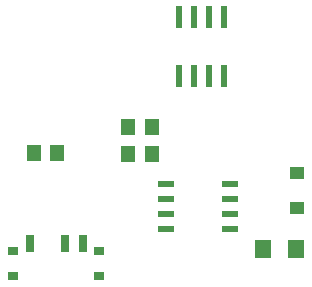
<source format=gbr>
G04 EAGLE Gerber RS-274X export*
G75*
%MOMM*%
%FSLAX34Y34*%
%LPD*%
%INSolderpaste Top*%
%IPPOS*%
%AMOC8*
5,1,8,0,0,1.08239X$1,22.5*%
G01*
%ADD10R,1.170000X1.470000*%
%ADD11R,1.423400X0.548400*%
%ADD12R,1.280000X1.080000*%
%ADD13R,1.440000X1.640000*%
%ADD14C,0.005981*%
%ADD15R,0.898400X0.698400*%
%ADD16R,0.467500X1.866900*%


D10*
X133190Y137160D03*
X113190Y137160D03*
X133190Y114300D03*
X113190Y114300D03*
X33180Y115570D03*
X53180Y115570D03*
D11*
X145600Y88900D03*
X145600Y76200D03*
X145600Y63500D03*
X145600Y50800D03*
X199840Y50800D03*
X199840Y63500D03*
X199840Y76200D03*
X199840Y88900D03*
D12*
X256540Y68820D03*
X256540Y98820D03*
D13*
X227300Y34290D03*
X255300Y34290D03*
D14*
X32532Y32428D02*
X32532Y46352D01*
X32532Y32428D02*
X26608Y32428D01*
X26608Y46352D01*
X32532Y46352D01*
X32532Y32485D02*
X26608Y32485D01*
X26608Y32542D02*
X32532Y32542D01*
X32532Y32599D02*
X26608Y32599D01*
X26608Y32656D02*
X32532Y32656D01*
X32532Y32713D02*
X26608Y32713D01*
X26608Y32770D02*
X32532Y32770D01*
X32532Y32827D02*
X26608Y32827D01*
X26608Y32884D02*
X32532Y32884D01*
X32532Y32941D02*
X26608Y32941D01*
X26608Y32998D02*
X32532Y32998D01*
X32532Y33055D02*
X26608Y33055D01*
X26608Y33112D02*
X32532Y33112D01*
X32532Y33169D02*
X26608Y33169D01*
X26608Y33226D02*
X32532Y33226D01*
X32532Y33283D02*
X26608Y33283D01*
X26608Y33340D02*
X32532Y33340D01*
X32532Y33397D02*
X26608Y33397D01*
X26608Y33454D02*
X32532Y33454D01*
X32532Y33511D02*
X26608Y33511D01*
X26608Y33568D02*
X32532Y33568D01*
X32532Y33625D02*
X26608Y33625D01*
X26608Y33682D02*
X32532Y33682D01*
X32532Y33739D02*
X26608Y33739D01*
X26608Y33796D02*
X32532Y33796D01*
X32532Y33853D02*
X26608Y33853D01*
X26608Y33910D02*
X32532Y33910D01*
X32532Y33967D02*
X26608Y33967D01*
X26608Y34024D02*
X32532Y34024D01*
X32532Y34081D02*
X26608Y34081D01*
X26608Y34138D02*
X32532Y34138D01*
X32532Y34195D02*
X26608Y34195D01*
X26608Y34252D02*
X32532Y34252D01*
X32532Y34309D02*
X26608Y34309D01*
X26608Y34366D02*
X32532Y34366D01*
X32532Y34423D02*
X26608Y34423D01*
X26608Y34480D02*
X32532Y34480D01*
X32532Y34537D02*
X26608Y34537D01*
X26608Y34594D02*
X32532Y34594D01*
X32532Y34651D02*
X26608Y34651D01*
X26608Y34708D02*
X32532Y34708D01*
X32532Y34765D02*
X26608Y34765D01*
X26608Y34822D02*
X32532Y34822D01*
X32532Y34879D02*
X26608Y34879D01*
X26608Y34936D02*
X32532Y34936D01*
X32532Y34993D02*
X26608Y34993D01*
X26608Y35050D02*
X32532Y35050D01*
X32532Y35107D02*
X26608Y35107D01*
X26608Y35164D02*
X32532Y35164D01*
X32532Y35221D02*
X26608Y35221D01*
X26608Y35278D02*
X32532Y35278D01*
X32532Y35335D02*
X26608Y35335D01*
X26608Y35392D02*
X32532Y35392D01*
X32532Y35449D02*
X26608Y35449D01*
X26608Y35506D02*
X32532Y35506D01*
X32532Y35563D02*
X26608Y35563D01*
X26608Y35620D02*
X32532Y35620D01*
X32532Y35677D02*
X26608Y35677D01*
X26608Y35734D02*
X32532Y35734D01*
X32532Y35791D02*
X26608Y35791D01*
X26608Y35848D02*
X32532Y35848D01*
X32532Y35905D02*
X26608Y35905D01*
X26608Y35962D02*
X32532Y35962D01*
X32532Y36019D02*
X26608Y36019D01*
X26608Y36076D02*
X32532Y36076D01*
X32532Y36133D02*
X26608Y36133D01*
X26608Y36190D02*
X32532Y36190D01*
X32532Y36247D02*
X26608Y36247D01*
X26608Y36304D02*
X32532Y36304D01*
X32532Y36361D02*
X26608Y36361D01*
X26608Y36418D02*
X32532Y36418D01*
X32532Y36475D02*
X26608Y36475D01*
X26608Y36532D02*
X32532Y36532D01*
X32532Y36589D02*
X26608Y36589D01*
X26608Y36646D02*
X32532Y36646D01*
X32532Y36703D02*
X26608Y36703D01*
X26608Y36760D02*
X32532Y36760D01*
X32532Y36817D02*
X26608Y36817D01*
X26608Y36874D02*
X32532Y36874D01*
X32532Y36931D02*
X26608Y36931D01*
X26608Y36988D02*
X32532Y36988D01*
X32532Y37045D02*
X26608Y37045D01*
X26608Y37102D02*
X32532Y37102D01*
X32532Y37159D02*
X26608Y37159D01*
X26608Y37216D02*
X32532Y37216D01*
X32532Y37273D02*
X26608Y37273D01*
X26608Y37330D02*
X32532Y37330D01*
X32532Y37387D02*
X26608Y37387D01*
X26608Y37444D02*
X32532Y37444D01*
X32532Y37501D02*
X26608Y37501D01*
X26608Y37558D02*
X32532Y37558D01*
X32532Y37615D02*
X26608Y37615D01*
X26608Y37672D02*
X32532Y37672D01*
X32532Y37729D02*
X26608Y37729D01*
X26608Y37786D02*
X32532Y37786D01*
X32532Y37843D02*
X26608Y37843D01*
X26608Y37900D02*
X32532Y37900D01*
X32532Y37957D02*
X26608Y37957D01*
X26608Y38014D02*
X32532Y38014D01*
X32532Y38071D02*
X26608Y38071D01*
X26608Y38128D02*
X32532Y38128D01*
X32532Y38185D02*
X26608Y38185D01*
X26608Y38242D02*
X32532Y38242D01*
X32532Y38299D02*
X26608Y38299D01*
X26608Y38356D02*
X32532Y38356D01*
X32532Y38413D02*
X26608Y38413D01*
X26608Y38470D02*
X32532Y38470D01*
X32532Y38527D02*
X26608Y38527D01*
X26608Y38584D02*
X32532Y38584D01*
X32532Y38641D02*
X26608Y38641D01*
X26608Y38698D02*
X32532Y38698D01*
X32532Y38755D02*
X26608Y38755D01*
X26608Y38812D02*
X32532Y38812D01*
X32532Y38869D02*
X26608Y38869D01*
X26608Y38926D02*
X32532Y38926D01*
X32532Y38983D02*
X26608Y38983D01*
X26608Y39040D02*
X32532Y39040D01*
X32532Y39097D02*
X26608Y39097D01*
X26608Y39154D02*
X32532Y39154D01*
X32532Y39211D02*
X26608Y39211D01*
X26608Y39268D02*
X32532Y39268D01*
X32532Y39325D02*
X26608Y39325D01*
X26608Y39382D02*
X32532Y39382D01*
X32532Y39439D02*
X26608Y39439D01*
X26608Y39496D02*
X32532Y39496D01*
X32532Y39553D02*
X26608Y39553D01*
X26608Y39610D02*
X32532Y39610D01*
X32532Y39667D02*
X26608Y39667D01*
X26608Y39724D02*
X32532Y39724D01*
X32532Y39781D02*
X26608Y39781D01*
X26608Y39838D02*
X32532Y39838D01*
X32532Y39895D02*
X26608Y39895D01*
X26608Y39952D02*
X32532Y39952D01*
X32532Y40009D02*
X26608Y40009D01*
X26608Y40066D02*
X32532Y40066D01*
X32532Y40123D02*
X26608Y40123D01*
X26608Y40180D02*
X32532Y40180D01*
X32532Y40237D02*
X26608Y40237D01*
X26608Y40294D02*
X32532Y40294D01*
X32532Y40351D02*
X26608Y40351D01*
X26608Y40408D02*
X32532Y40408D01*
X32532Y40465D02*
X26608Y40465D01*
X26608Y40522D02*
X32532Y40522D01*
X32532Y40579D02*
X26608Y40579D01*
X26608Y40636D02*
X32532Y40636D01*
X32532Y40693D02*
X26608Y40693D01*
X26608Y40750D02*
X32532Y40750D01*
X32532Y40807D02*
X26608Y40807D01*
X26608Y40864D02*
X32532Y40864D01*
X32532Y40921D02*
X26608Y40921D01*
X26608Y40978D02*
X32532Y40978D01*
X32532Y41035D02*
X26608Y41035D01*
X26608Y41092D02*
X32532Y41092D01*
X32532Y41149D02*
X26608Y41149D01*
X26608Y41206D02*
X32532Y41206D01*
X32532Y41263D02*
X26608Y41263D01*
X26608Y41320D02*
X32532Y41320D01*
X32532Y41377D02*
X26608Y41377D01*
X26608Y41434D02*
X32532Y41434D01*
X32532Y41491D02*
X26608Y41491D01*
X26608Y41548D02*
X32532Y41548D01*
X32532Y41605D02*
X26608Y41605D01*
X26608Y41662D02*
X32532Y41662D01*
X32532Y41719D02*
X26608Y41719D01*
X26608Y41776D02*
X32532Y41776D01*
X32532Y41833D02*
X26608Y41833D01*
X26608Y41890D02*
X32532Y41890D01*
X32532Y41947D02*
X26608Y41947D01*
X26608Y42004D02*
X32532Y42004D01*
X32532Y42061D02*
X26608Y42061D01*
X26608Y42118D02*
X32532Y42118D01*
X32532Y42175D02*
X26608Y42175D01*
X26608Y42232D02*
X32532Y42232D01*
X32532Y42289D02*
X26608Y42289D01*
X26608Y42346D02*
X32532Y42346D01*
X32532Y42403D02*
X26608Y42403D01*
X26608Y42460D02*
X32532Y42460D01*
X32532Y42517D02*
X26608Y42517D01*
X26608Y42574D02*
X32532Y42574D01*
X32532Y42631D02*
X26608Y42631D01*
X26608Y42688D02*
X32532Y42688D01*
X32532Y42745D02*
X26608Y42745D01*
X26608Y42802D02*
X32532Y42802D01*
X32532Y42859D02*
X26608Y42859D01*
X26608Y42916D02*
X32532Y42916D01*
X32532Y42973D02*
X26608Y42973D01*
X26608Y43030D02*
X32532Y43030D01*
X32532Y43087D02*
X26608Y43087D01*
X26608Y43144D02*
X32532Y43144D01*
X32532Y43201D02*
X26608Y43201D01*
X26608Y43258D02*
X32532Y43258D01*
X32532Y43315D02*
X26608Y43315D01*
X26608Y43372D02*
X32532Y43372D01*
X32532Y43429D02*
X26608Y43429D01*
X26608Y43486D02*
X32532Y43486D01*
X32532Y43543D02*
X26608Y43543D01*
X26608Y43600D02*
X32532Y43600D01*
X32532Y43657D02*
X26608Y43657D01*
X26608Y43714D02*
X32532Y43714D01*
X32532Y43771D02*
X26608Y43771D01*
X26608Y43828D02*
X32532Y43828D01*
X32532Y43885D02*
X26608Y43885D01*
X26608Y43942D02*
X32532Y43942D01*
X32532Y43999D02*
X26608Y43999D01*
X26608Y44056D02*
X32532Y44056D01*
X32532Y44113D02*
X26608Y44113D01*
X26608Y44170D02*
X32532Y44170D01*
X32532Y44227D02*
X26608Y44227D01*
X26608Y44284D02*
X32532Y44284D01*
X32532Y44341D02*
X26608Y44341D01*
X26608Y44398D02*
X32532Y44398D01*
X32532Y44455D02*
X26608Y44455D01*
X26608Y44512D02*
X32532Y44512D01*
X32532Y44569D02*
X26608Y44569D01*
X26608Y44626D02*
X32532Y44626D01*
X32532Y44683D02*
X26608Y44683D01*
X26608Y44740D02*
X32532Y44740D01*
X32532Y44797D02*
X26608Y44797D01*
X26608Y44854D02*
X32532Y44854D01*
X32532Y44911D02*
X26608Y44911D01*
X26608Y44968D02*
X32532Y44968D01*
X32532Y45025D02*
X26608Y45025D01*
X26608Y45082D02*
X32532Y45082D01*
X32532Y45139D02*
X26608Y45139D01*
X26608Y45196D02*
X32532Y45196D01*
X32532Y45253D02*
X26608Y45253D01*
X26608Y45310D02*
X32532Y45310D01*
X32532Y45367D02*
X26608Y45367D01*
X26608Y45424D02*
X32532Y45424D01*
X32532Y45481D02*
X26608Y45481D01*
X26608Y45538D02*
X32532Y45538D01*
X32532Y45595D02*
X26608Y45595D01*
X26608Y45652D02*
X32532Y45652D01*
X32532Y45709D02*
X26608Y45709D01*
X26608Y45766D02*
X32532Y45766D01*
X32532Y45823D02*
X26608Y45823D01*
X26608Y45880D02*
X32532Y45880D01*
X32532Y45937D02*
X26608Y45937D01*
X26608Y45994D02*
X32532Y45994D01*
X32532Y46051D02*
X26608Y46051D01*
X26608Y46108D02*
X32532Y46108D01*
X32532Y46165D02*
X26608Y46165D01*
X26608Y46222D02*
X32532Y46222D01*
X32532Y46279D02*
X26608Y46279D01*
X26608Y46336D02*
X32532Y46336D01*
X62532Y46352D02*
X62532Y32428D01*
X56608Y32428D01*
X56608Y46352D01*
X62532Y46352D01*
X62532Y32485D02*
X56608Y32485D01*
X56608Y32542D02*
X62532Y32542D01*
X62532Y32599D02*
X56608Y32599D01*
X56608Y32656D02*
X62532Y32656D01*
X62532Y32713D02*
X56608Y32713D01*
X56608Y32770D02*
X62532Y32770D01*
X62532Y32827D02*
X56608Y32827D01*
X56608Y32884D02*
X62532Y32884D01*
X62532Y32941D02*
X56608Y32941D01*
X56608Y32998D02*
X62532Y32998D01*
X62532Y33055D02*
X56608Y33055D01*
X56608Y33112D02*
X62532Y33112D01*
X62532Y33169D02*
X56608Y33169D01*
X56608Y33226D02*
X62532Y33226D01*
X62532Y33283D02*
X56608Y33283D01*
X56608Y33340D02*
X62532Y33340D01*
X62532Y33397D02*
X56608Y33397D01*
X56608Y33454D02*
X62532Y33454D01*
X62532Y33511D02*
X56608Y33511D01*
X56608Y33568D02*
X62532Y33568D01*
X62532Y33625D02*
X56608Y33625D01*
X56608Y33682D02*
X62532Y33682D01*
X62532Y33739D02*
X56608Y33739D01*
X56608Y33796D02*
X62532Y33796D01*
X62532Y33853D02*
X56608Y33853D01*
X56608Y33910D02*
X62532Y33910D01*
X62532Y33967D02*
X56608Y33967D01*
X56608Y34024D02*
X62532Y34024D01*
X62532Y34081D02*
X56608Y34081D01*
X56608Y34138D02*
X62532Y34138D01*
X62532Y34195D02*
X56608Y34195D01*
X56608Y34252D02*
X62532Y34252D01*
X62532Y34309D02*
X56608Y34309D01*
X56608Y34366D02*
X62532Y34366D01*
X62532Y34423D02*
X56608Y34423D01*
X56608Y34480D02*
X62532Y34480D01*
X62532Y34537D02*
X56608Y34537D01*
X56608Y34594D02*
X62532Y34594D01*
X62532Y34651D02*
X56608Y34651D01*
X56608Y34708D02*
X62532Y34708D01*
X62532Y34765D02*
X56608Y34765D01*
X56608Y34822D02*
X62532Y34822D01*
X62532Y34879D02*
X56608Y34879D01*
X56608Y34936D02*
X62532Y34936D01*
X62532Y34993D02*
X56608Y34993D01*
X56608Y35050D02*
X62532Y35050D01*
X62532Y35107D02*
X56608Y35107D01*
X56608Y35164D02*
X62532Y35164D01*
X62532Y35221D02*
X56608Y35221D01*
X56608Y35278D02*
X62532Y35278D01*
X62532Y35335D02*
X56608Y35335D01*
X56608Y35392D02*
X62532Y35392D01*
X62532Y35449D02*
X56608Y35449D01*
X56608Y35506D02*
X62532Y35506D01*
X62532Y35563D02*
X56608Y35563D01*
X56608Y35620D02*
X62532Y35620D01*
X62532Y35677D02*
X56608Y35677D01*
X56608Y35734D02*
X62532Y35734D01*
X62532Y35791D02*
X56608Y35791D01*
X56608Y35848D02*
X62532Y35848D01*
X62532Y35905D02*
X56608Y35905D01*
X56608Y35962D02*
X62532Y35962D01*
X62532Y36019D02*
X56608Y36019D01*
X56608Y36076D02*
X62532Y36076D01*
X62532Y36133D02*
X56608Y36133D01*
X56608Y36190D02*
X62532Y36190D01*
X62532Y36247D02*
X56608Y36247D01*
X56608Y36304D02*
X62532Y36304D01*
X62532Y36361D02*
X56608Y36361D01*
X56608Y36418D02*
X62532Y36418D01*
X62532Y36475D02*
X56608Y36475D01*
X56608Y36532D02*
X62532Y36532D01*
X62532Y36589D02*
X56608Y36589D01*
X56608Y36646D02*
X62532Y36646D01*
X62532Y36703D02*
X56608Y36703D01*
X56608Y36760D02*
X62532Y36760D01*
X62532Y36817D02*
X56608Y36817D01*
X56608Y36874D02*
X62532Y36874D01*
X62532Y36931D02*
X56608Y36931D01*
X56608Y36988D02*
X62532Y36988D01*
X62532Y37045D02*
X56608Y37045D01*
X56608Y37102D02*
X62532Y37102D01*
X62532Y37159D02*
X56608Y37159D01*
X56608Y37216D02*
X62532Y37216D01*
X62532Y37273D02*
X56608Y37273D01*
X56608Y37330D02*
X62532Y37330D01*
X62532Y37387D02*
X56608Y37387D01*
X56608Y37444D02*
X62532Y37444D01*
X62532Y37501D02*
X56608Y37501D01*
X56608Y37558D02*
X62532Y37558D01*
X62532Y37615D02*
X56608Y37615D01*
X56608Y37672D02*
X62532Y37672D01*
X62532Y37729D02*
X56608Y37729D01*
X56608Y37786D02*
X62532Y37786D01*
X62532Y37843D02*
X56608Y37843D01*
X56608Y37900D02*
X62532Y37900D01*
X62532Y37957D02*
X56608Y37957D01*
X56608Y38014D02*
X62532Y38014D01*
X62532Y38071D02*
X56608Y38071D01*
X56608Y38128D02*
X62532Y38128D01*
X62532Y38185D02*
X56608Y38185D01*
X56608Y38242D02*
X62532Y38242D01*
X62532Y38299D02*
X56608Y38299D01*
X56608Y38356D02*
X62532Y38356D01*
X62532Y38413D02*
X56608Y38413D01*
X56608Y38470D02*
X62532Y38470D01*
X62532Y38527D02*
X56608Y38527D01*
X56608Y38584D02*
X62532Y38584D01*
X62532Y38641D02*
X56608Y38641D01*
X56608Y38698D02*
X62532Y38698D01*
X62532Y38755D02*
X56608Y38755D01*
X56608Y38812D02*
X62532Y38812D01*
X62532Y38869D02*
X56608Y38869D01*
X56608Y38926D02*
X62532Y38926D01*
X62532Y38983D02*
X56608Y38983D01*
X56608Y39040D02*
X62532Y39040D01*
X62532Y39097D02*
X56608Y39097D01*
X56608Y39154D02*
X62532Y39154D01*
X62532Y39211D02*
X56608Y39211D01*
X56608Y39268D02*
X62532Y39268D01*
X62532Y39325D02*
X56608Y39325D01*
X56608Y39382D02*
X62532Y39382D01*
X62532Y39439D02*
X56608Y39439D01*
X56608Y39496D02*
X62532Y39496D01*
X62532Y39553D02*
X56608Y39553D01*
X56608Y39610D02*
X62532Y39610D01*
X62532Y39667D02*
X56608Y39667D01*
X56608Y39724D02*
X62532Y39724D01*
X62532Y39781D02*
X56608Y39781D01*
X56608Y39838D02*
X62532Y39838D01*
X62532Y39895D02*
X56608Y39895D01*
X56608Y39952D02*
X62532Y39952D01*
X62532Y40009D02*
X56608Y40009D01*
X56608Y40066D02*
X62532Y40066D01*
X62532Y40123D02*
X56608Y40123D01*
X56608Y40180D02*
X62532Y40180D01*
X62532Y40237D02*
X56608Y40237D01*
X56608Y40294D02*
X62532Y40294D01*
X62532Y40351D02*
X56608Y40351D01*
X56608Y40408D02*
X62532Y40408D01*
X62532Y40465D02*
X56608Y40465D01*
X56608Y40522D02*
X62532Y40522D01*
X62532Y40579D02*
X56608Y40579D01*
X56608Y40636D02*
X62532Y40636D01*
X62532Y40693D02*
X56608Y40693D01*
X56608Y40750D02*
X62532Y40750D01*
X62532Y40807D02*
X56608Y40807D01*
X56608Y40864D02*
X62532Y40864D01*
X62532Y40921D02*
X56608Y40921D01*
X56608Y40978D02*
X62532Y40978D01*
X62532Y41035D02*
X56608Y41035D01*
X56608Y41092D02*
X62532Y41092D01*
X62532Y41149D02*
X56608Y41149D01*
X56608Y41206D02*
X62532Y41206D01*
X62532Y41263D02*
X56608Y41263D01*
X56608Y41320D02*
X62532Y41320D01*
X62532Y41377D02*
X56608Y41377D01*
X56608Y41434D02*
X62532Y41434D01*
X62532Y41491D02*
X56608Y41491D01*
X56608Y41548D02*
X62532Y41548D01*
X62532Y41605D02*
X56608Y41605D01*
X56608Y41662D02*
X62532Y41662D01*
X62532Y41719D02*
X56608Y41719D01*
X56608Y41776D02*
X62532Y41776D01*
X62532Y41833D02*
X56608Y41833D01*
X56608Y41890D02*
X62532Y41890D01*
X62532Y41947D02*
X56608Y41947D01*
X56608Y42004D02*
X62532Y42004D01*
X62532Y42061D02*
X56608Y42061D01*
X56608Y42118D02*
X62532Y42118D01*
X62532Y42175D02*
X56608Y42175D01*
X56608Y42232D02*
X62532Y42232D01*
X62532Y42289D02*
X56608Y42289D01*
X56608Y42346D02*
X62532Y42346D01*
X62532Y42403D02*
X56608Y42403D01*
X56608Y42460D02*
X62532Y42460D01*
X62532Y42517D02*
X56608Y42517D01*
X56608Y42574D02*
X62532Y42574D01*
X62532Y42631D02*
X56608Y42631D01*
X56608Y42688D02*
X62532Y42688D01*
X62532Y42745D02*
X56608Y42745D01*
X56608Y42802D02*
X62532Y42802D01*
X62532Y42859D02*
X56608Y42859D01*
X56608Y42916D02*
X62532Y42916D01*
X62532Y42973D02*
X56608Y42973D01*
X56608Y43030D02*
X62532Y43030D01*
X62532Y43087D02*
X56608Y43087D01*
X56608Y43144D02*
X62532Y43144D01*
X62532Y43201D02*
X56608Y43201D01*
X56608Y43258D02*
X62532Y43258D01*
X62532Y43315D02*
X56608Y43315D01*
X56608Y43372D02*
X62532Y43372D01*
X62532Y43429D02*
X56608Y43429D01*
X56608Y43486D02*
X62532Y43486D01*
X62532Y43543D02*
X56608Y43543D01*
X56608Y43600D02*
X62532Y43600D01*
X62532Y43657D02*
X56608Y43657D01*
X56608Y43714D02*
X62532Y43714D01*
X62532Y43771D02*
X56608Y43771D01*
X56608Y43828D02*
X62532Y43828D01*
X62532Y43885D02*
X56608Y43885D01*
X56608Y43942D02*
X62532Y43942D01*
X62532Y43999D02*
X56608Y43999D01*
X56608Y44056D02*
X62532Y44056D01*
X62532Y44113D02*
X56608Y44113D01*
X56608Y44170D02*
X62532Y44170D01*
X62532Y44227D02*
X56608Y44227D01*
X56608Y44284D02*
X62532Y44284D01*
X62532Y44341D02*
X56608Y44341D01*
X56608Y44398D02*
X62532Y44398D01*
X62532Y44455D02*
X56608Y44455D01*
X56608Y44512D02*
X62532Y44512D01*
X62532Y44569D02*
X56608Y44569D01*
X56608Y44626D02*
X62532Y44626D01*
X62532Y44683D02*
X56608Y44683D01*
X56608Y44740D02*
X62532Y44740D01*
X62532Y44797D02*
X56608Y44797D01*
X56608Y44854D02*
X62532Y44854D01*
X62532Y44911D02*
X56608Y44911D01*
X56608Y44968D02*
X62532Y44968D01*
X62532Y45025D02*
X56608Y45025D01*
X56608Y45082D02*
X62532Y45082D01*
X62532Y45139D02*
X56608Y45139D01*
X56608Y45196D02*
X62532Y45196D01*
X62532Y45253D02*
X56608Y45253D01*
X56608Y45310D02*
X62532Y45310D01*
X62532Y45367D02*
X56608Y45367D01*
X56608Y45424D02*
X62532Y45424D01*
X62532Y45481D02*
X56608Y45481D01*
X56608Y45538D02*
X62532Y45538D01*
X62532Y45595D02*
X56608Y45595D01*
X56608Y45652D02*
X62532Y45652D01*
X62532Y45709D02*
X56608Y45709D01*
X56608Y45766D02*
X62532Y45766D01*
X62532Y45823D02*
X56608Y45823D01*
X56608Y45880D02*
X62532Y45880D01*
X62532Y45937D02*
X56608Y45937D01*
X56608Y45994D02*
X62532Y45994D01*
X62532Y46051D02*
X56608Y46051D01*
X56608Y46108D02*
X62532Y46108D01*
X62532Y46165D02*
X56608Y46165D01*
X56608Y46222D02*
X62532Y46222D01*
X62532Y46279D02*
X56608Y46279D01*
X56608Y46336D02*
X62532Y46336D01*
X77532Y46352D02*
X77532Y32428D01*
X71608Y32428D01*
X71608Y46352D01*
X77532Y46352D01*
X77532Y32485D02*
X71608Y32485D01*
X71608Y32542D02*
X77532Y32542D01*
X77532Y32599D02*
X71608Y32599D01*
X71608Y32656D02*
X77532Y32656D01*
X77532Y32713D02*
X71608Y32713D01*
X71608Y32770D02*
X77532Y32770D01*
X77532Y32827D02*
X71608Y32827D01*
X71608Y32884D02*
X77532Y32884D01*
X77532Y32941D02*
X71608Y32941D01*
X71608Y32998D02*
X77532Y32998D01*
X77532Y33055D02*
X71608Y33055D01*
X71608Y33112D02*
X77532Y33112D01*
X77532Y33169D02*
X71608Y33169D01*
X71608Y33226D02*
X77532Y33226D01*
X77532Y33283D02*
X71608Y33283D01*
X71608Y33340D02*
X77532Y33340D01*
X77532Y33397D02*
X71608Y33397D01*
X71608Y33454D02*
X77532Y33454D01*
X77532Y33511D02*
X71608Y33511D01*
X71608Y33568D02*
X77532Y33568D01*
X77532Y33625D02*
X71608Y33625D01*
X71608Y33682D02*
X77532Y33682D01*
X77532Y33739D02*
X71608Y33739D01*
X71608Y33796D02*
X77532Y33796D01*
X77532Y33853D02*
X71608Y33853D01*
X71608Y33910D02*
X77532Y33910D01*
X77532Y33967D02*
X71608Y33967D01*
X71608Y34024D02*
X77532Y34024D01*
X77532Y34081D02*
X71608Y34081D01*
X71608Y34138D02*
X77532Y34138D01*
X77532Y34195D02*
X71608Y34195D01*
X71608Y34252D02*
X77532Y34252D01*
X77532Y34309D02*
X71608Y34309D01*
X71608Y34366D02*
X77532Y34366D01*
X77532Y34423D02*
X71608Y34423D01*
X71608Y34480D02*
X77532Y34480D01*
X77532Y34537D02*
X71608Y34537D01*
X71608Y34594D02*
X77532Y34594D01*
X77532Y34651D02*
X71608Y34651D01*
X71608Y34708D02*
X77532Y34708D01*
X77532Y34765D02*
X71608Y34765D01*
X71608Y34822D02*
X77532Y34822D01*
X77532Y34879D02*
X71608Y34879D01*
X71608Y34936D02*
X77532Y34936D01*
X77532Y34993D02*
X71608Y34993D01*
X71608Y35050D02*
X77532Y35050D01*
X77532Y35107D02*
X71608Y35107D01*
X71608Y35164D02*
X77532Y35164D01*
X77532Y35221D02*
X71608Y35221D01*
X71608Y35278D02*
X77532Y35278D01*
X77532Y35335D02*
X71608Y35335D01*
X71608Y35392D02*
X77532Y35392D01*
X77532Y35449D02*
X71608Y35449D01*
X71608Y35506D02*
X77532Y35506D01*
X77532Y35563D02*
X71608Y35563D01*
X71608Y35620D02*
X77532Y35620D01*
X77532Y35677D02*
X71608Y35677D01*
X71608Y35734D02*
X77532Y35734D01*
X77532Y35791D02*
X71608Y35791D01*
X71608Y35848D02*
X77532Y35848D01*
X77532Y35905D02*
X71608Y35905D01*
X71608Y35962D02*
X77532Y35962D01*
X77532Y36019D02*
X71608Y36019D01*
X71608Y36076D02*
X77532Y36076D01*
X77532Y36133D02*
X71608Y36133D01*
X71608Y36190D02*
X77532Y36190D01*
X77532Y36247D02*
X71608Y36247D01*
X71608Y36304D02*
X77532Y36304D01*
X77532Y36361D02*
X71608Y36361D01*
X71608Y36418D02*
X77532Y36418D01*
X77532Y36475D02*
X71608Y36475D01*
X71608Y36532D02*
X77532Y36532D01*
X77532Y36589D02*
X71608Y36589D01*
X71608Y36646D02*
X77532Y36646D01*
X77532Y36703D02*
X71608Y36703D01*
X71608Y36760D02*
X77532Y36760D01*
X77532Y36817D02*
X71608Y36817D01*
X71608Y36874D02*
X77532Y36874D01*
X77532Y36931D02*
X71608Y36931D01*
X71608Y36988D02*
X77532Y36988D01*
X77532Y37045D02*
X71608Y37045D01*
X71608Y37102D02*
X77532Y37102D01*
X77532Y37159D02*
X71608Y37159D01*
X71608Y37216D02*
X77532Y37216D01*
X77532Y37273D02*
X71608Y37273D01*
X71608Y37330D02*
X77532Y37330D01*
X77532Y37387D02*
X71608Y37387D01*
X71608Y37444D02*
X77532Y37444D01*
X77532Y37501D02*
X71608Y37501D01*
X71608Y37558D02*
X77532Y37558D01*
X77532Y37615D02*
X71608Y37615D01*
X71608Y37672D02*
X77532Y37672D01*
X77532Y37729D02*
X71608Y37729D01*
X71608Y37786D02*
X77532Y37786D01*
X77532Y37843D02*
X71608Y37843D01*
X71608Y37900D02*
X77532Y37900D01*
X77532Y37957D02*
X71608Y37957D01*
X71608Y38014D02*
X77532Y38014D01*
X77532Y38071D02*
X71608Y38071D01*
X71608Y38128D02*
X77532Y38128D01*
X77532Y38185D02*
X71608Y38185D01*
X71608Y38242D02*
X77532Y38242D01*
X77532Y38299D02*
X71608Y38299D01*
X71608Y38356D02*
X77532Y38356D01*
X77532Y38413D02*
X71608Y38413D01*
X71608Y38470D02*
X77532Y38470D01*
X77532Y38527D02*
X71608Y38527D01*
X71608Y38584D02*
X77532Y38584D01*
X77532Y38641D02*
X71608Y38641D01*
X71608Y38698D02*
X77532Y38698D01*
X77532Y38755D02*
X71608Y38755D01*
X71608Y38812D02*
X77532Y38812D01*
X77532Y38869D02*
X71608Y38869D01*
X71608Y38926D02*
X77532Y38926D01*
X77532Y38983D02*
X71608Y38983D01*
X71608Y39040D02*
X77532Y39040D01*
X77532Y39097D02*
X71608Y39097D01*
X71608Y39154D02*
X77532Y39154D01*
X77532Y39211D02*
X71608Y39211D01*
X71608Y39268D02*
X77532Y39268D01*
X77532Y39325D02*
X71608Y39325D01*
X71608Y39382D02*
X77532Y39382D01*
X77532Y39439D02*
X71608Y39439D01*
X71608Y39496D02*
X77532Y39496D01*
X77532Y39553D02*
X71608Y39553D01*
X71608Y39610D02*
X77532Y39610D01*
X77532Y39667D02*
X71608Y39667D01*
X71608Y39724D02*
X77532Y39724D01*
X77532Y39781D02*
X71608Y39781D01*
X71608Y39838D02*
X77532Y39838D01*
X77532Y39895D02*
X71608Y39895D01*
X71608Y39952D02*
X77532Y39952D01*
X77532Y40009D02*
X71608Y40009D01*
X71608Y40066D02*
X77532Y40066D01*
X77532Y40123D02*
X71608Y40123D01*
X71608Y40180D02*
X77532Y40180D01*
X77532Y40237D02*
X71608Y40237D01*
X71608Y40294D02*
X77532Y40294D01*
X77532Y40351D02*
X71608Y40351D01*
X71608Y40408D02*
X77532Y40408D01*
X77532Y40465D02*
X71608Y40465D01*
X71608Y40522D02*
X77532Y40522D01*
X77532Y40579D02*
X71608Y40579D01*
X71608Y40636D02*
X77532Y40636D01*
X77532Y40693D02*
X71608Y40693D01*
X71608Y40750D02*
X77532Y40750D01*
X77532Y40807D02*
X71608Y40807D01*
X71608Y40864D02*
X77532Y40864D01*
X77532Y40921D02*
X71608Y40921D01*
X71608Y40978D02*
X77532Y40978D01*
X77532Y41035D02*
X71608Y41035D01*
X71608Y41092D02*
X77532Y41092D01*
X77532Y41149D02*
X71608Y41149D01*
X71608Y41206D02*
X77532Y41206D01*
X77532Y41263D02*
X71608Y41263D01*
X71608Y41320D02*
X77532Y41320D01*
X77532Y41377D02*
X71608Y41377D01*
X71608Y41434D02*
X77532Y41434D01*
X77532Y41491D02*
X71608Y41491D01*
X71608Y41548D02*
X77532Y41548D01*
X77532Y41605D02*
X71608Y41605D01*
X71608Y41662D02*
X77532Y41662D01*
X77532Y41719D02*
X71608Y41719D01*
X71608Y41776D02*
X77532Y41776D01*
X77532Y41833D02*
X71608Y41833D01*
X71608Y41890D02*
X77532Y41890D01*
X77532Y41947D02*
X71608Y41947D01*
X71608Y42004D02*
X77532Y42004D01*
X77532Y42061D02*
X71608Y42061D01*
X71608Y42118D02*
X77532Y42118D01*
X77532Y42175D02*
X71608Y42175D01*
X71608Y42232D02*
X77532Y42232D01*
X77532Y42289D02*
X71608Y42289D01*
X71608Y42346D02*
X77532Y42346D01*
X77532Y42403D02*
X71608Y42403D01*
X71608Y42460D02*
X77532Y42460D01*
X77532Y42517D02*
X71608Y42517D01*
X71608Y42574D02*
X77532Y42574D01*
X77532Y42631D02*
X71608Y42631D01*
X71608Y42688D02*
X77532Y42688D01*
X77532Y42745D02*
X71608Y42745D01*
X71608Y42802D02*
X77532Y42802D01*
X77532Y42859D02*
X71608Y42859D01*
X71608Y42916D02*
X77532Y42916D01*
X77532Y42973D02*
X71608Y42973D01*
X71608Y43030D02*
X77532Y43030D01*
X77532Y43087D02*
X71608Y43087D01*
X71608Y43144D02*
X77532Y43144D01*
X77532Y43201D02*
X71608Y43201D01*
X71608Y43258D02*
X77532Y43258D01*
X77532Y43315D02*
X71608Y43315D01*
X71608Y43372D02*
X77532Y43372D01*
X77532Y43429D02*
X71608Y43429D01*
X71608Y43486D02*
X77532Y43486D01*
X77532Y43543D02*
X71608Y43543D01*
X71608Y43600D02*
X77532Y43600D01*
X77532Y43657D02*
X71608Y43657D01*
X71608Y43714D02*
X77532Y43714D01*
X77532Y43771D02*
X71608Y43771D01*
X71608Y43828D02*
X77532Y43828D01*
X77532Y43885D02*
X71608Y43885D01*
X71608Y43942D02*
X77532Y43942D01*
X77532Y43999D02*
X71608Y43999D01*
X71608Y44056D02*
X77532Y44056D01*
X77532Y44113D02*
X71608Y44113D01*
X71608Y44170D02*
X77532Y44170D01*
X77532Y44227D02*
X71608Y44227D01*
X71608Y44284D02*
X77532Y44284D01*
X77532Y44341D02*
X71608Y44341D01*
X71608Y44398D02*
X77532Y44398D01*
X77532Y44455D02*
X71608Y44455D01*
X71608Y44512D02*
X77532Y44512D01*
X77532Y44569D02*
X71608Y44569D01*
X71608Y44626D02*
X77532Y44626D01*
X77532Y44683D02*
X71608Y44683D01*
X71608Y44740D02*
X77532Y44740D01*
X77532Y44797D02*
X71608Y44797D01*
X71608Y44854D02*
X77532Y44854D01*
X77532Y44911D02*
X71608Y44911D01*
X71608Y44968D02*
X77532Y44968D01*
X77532Y45025D02*
X71608Y45025D01*
X71608Y45082D02*
X77532Y45082D01*
X77532Y45139D02*
X71608Y45139D01*
X71608Y45196D02*
X77532Y45196D01*
X77532Y45253D02*
X71608Y45253D01*
X71608Y45310D02*
X77532Y45310D01*
X77532Y45367D02*
X71608Y45367D01*
X71608Y45424D02*
X77532Y45424D01*
X77532Y45481D02*
X71608Y45481D01*
X71608Y45538D02*
X77532Y45538D01*
X77532Y45595D02*
X71608Y45595D01*
X71608Y45652D02*
X77532Y45652D01*
X77532Y45709D02*
X71608Y45709D01*
X71608Y45766D02*
X77532Y45766D01*
X77532Y45823D02*
X71608Y45823D01*
X71608Y45880D02*
X77532Y45880D01*
X77532Y45937D02*
X71608Y45937D01*
X71608Y45994D02*
X77532Y45994D01*
X77532Y46051D02*
X71608Y46051D01*
X71608Y46108D02*
X77532Y46108D01*
X77532Y46165D02*
X71608Y46165D01*
X71608Y46222D02*
X77532Y46222D01*
X77532Y46279D02*
X71608Y46279D01*
X71608Y46336D02*
X77532Y46336D01*
D15*
X15570Y32390D03*
X15570Y11390D03*
X88570Y11390D03*
X88570Y32390D03*
D16*
X156210Y181006D03*
X168910Y181006D03*
X181610Y181006D03*
X194310Y181006D03*
X194310Y230474D03*
X181610Y230474D03*
X168910Y230474D03*
X156210Y230474D03*
M02*

</source>
